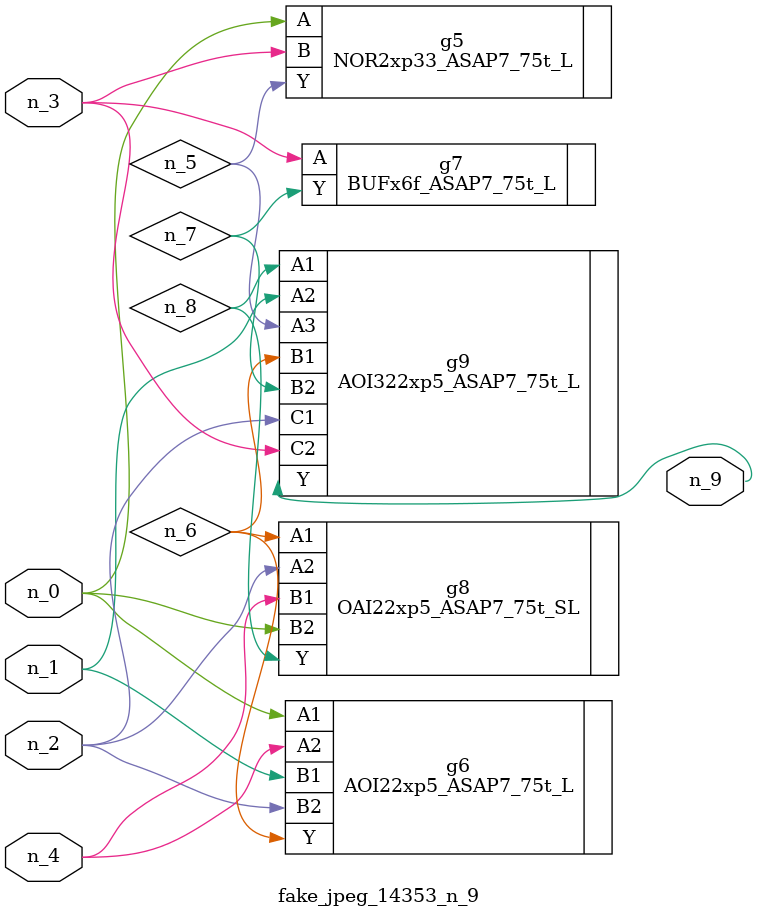
<source format=v>
module fake_jpeg_14353_n_9 (n_3, n_2, n_1, n_0, n_4, n_9);

input n_3;
input n_2;
input n_1;
input n_0;
input n_4;

output n_9;

wire n_8;
wire n_6;
wire n_5;
wire n_7;

NOR2xp33_ASAP7_75t_L g5 ( 
.A(n_0),
.B(n_3),
.Y(n_5)
);

AOI22xp5_ASAP7_75t_L g6 ( 
.A1(n_0),
.A2(n_4),
.B1(n_1),
.B2(n_2),
.Y(n_6)
);

BUFx6f_ASAP7_75t_L g7 ( 
.A(n_3),
.Y(n_7)
);

OAI22xp5_ASAP7_75t_SL g8 ( 
.A1(n_6),
.A2(n_2),
.B1(n_4),
.B2(n_0),
.Y(n_8)
);

AOI322xp5_ASAP7_75t_L g9 ( 
.A1(n_8),
.A2(n_1),
.A3(n_5),
.B1(n_6),
.B2(n_7),
.C1(n_2),
.C2(n_3),
.Y(n_9)
);


endmodule
</source>
